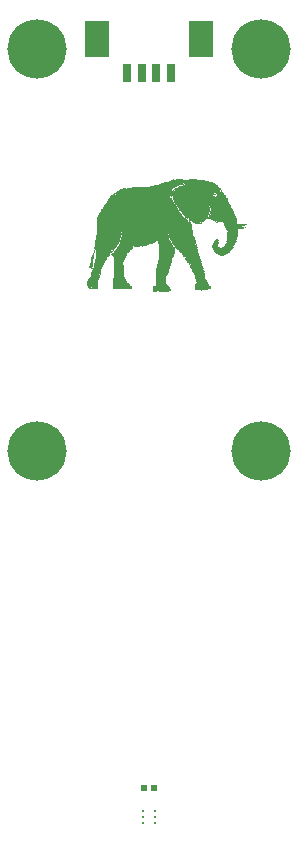
<source format=gts>
G04*
G04 #@! TF.GenerationSoftware,Altium Limited,Altium Designer,23.3.1 (30)*
G04*
G04 Layer_Color=8388736*
%FSLAX25Y25*%
%MOIN*%
G70*
G04*
G04 #@! TF.SameCoordinates,E44149EA-E104-4754-9592-5F3D4FB4DBB9*
G04*
G04*
G04 #@! TF.FilePolarity,Negative*
G04*
G01*
G75*
%ADD16C,0.01260*%
%ADD17R,0.07953X0.11890*%
%ADD18R,0.03032X0.05984*%
%ADD19R,0.01929X0.02126*%
%ADD20C,0.19764*%
G36*
X10378Y212598D02*
X11398D01*
Y212344D01*
X13437D01*
Y212598D01*
X15987D01*
Y212344D01*
X18537D01*
Y212088D01*
X20067D01*
Y211834D01*
X21087D01*
Y211578D01*
X21341D01*
Y211324D01*
X21851D01*
Y211069D01*
X22361D01*
Y210814D01*
X22616D01*
Y210559D01*
X22871D01*
Y210304D01*
X23126D01*
Y210049D01*
X23381D01*
Y209794D01*
X23636D01*
Y209539D01*
X23891D01*
Y209284D01*
Y209029D01*
X23636D01*
Y208774D01*
Y208519D01*
X23891D01*
Y208774D01*
X24146D01*
Y209029D01*
X24401D01*
Y208774D01*
Y208519D01*
X24656D01*
Y208264D01*
Y208009D01*
X25166D01*
Y207754D01*
X24911D01*
Y207499D01*
X25421D01*
Y207244D01*
X25676D01*
Y206989D01*
Y206734D01*
Y206479D01*
X25931D01*
Y206224D01*
X26186D01*
Y205969D01*
Y205714D01*
X26441D01*
Y205459D01*
Y205204D01*
Y204949D01*
X26696D01*
Y204694D01*
Y204439D01*
X26951D01*
Y204184D01*
Y203929D01*
X27206D01*
Y203674D01*
Y203419D01*
X27461D01*
Y203165D01*
X27716D01*
Y202909D01*
Y202655D01*
X27971D01*
Y202400D01*
Y202145D01*
X28226D01*
Y201890D01*
X28481D01*
Y201635D01*
X28226D01*
Y201380D01*
X28481D01*
Y201125D01*
X28736D01*
Y200870D01*
Y200615D01*
Y200360D01*
X28991D01*
Y200105D01*
Y199850D01*
Y199595D01*
X29246D01*
Y199340D01*
Y199085D01*
Y198830D01*
Y198575D01*
Y198320D01*
X29501D01*
Y198065D01*
Y197810D01*
X32815D01*
Y197555D01*
X32560D01*
Y197300D01*
X32050D01*
Y197045D01*
X31030D01*
Y196790D01*
X32560D01*
Y196535D01*
X32305D01*
Y196280D01*
X32050D01*
Y196535D01*
X31795D01*
Y196280D01*
X31540D01*
Y196025D01*
X29756D01*
Y195770D01*
Y195515D01*
Y195260D01*
Y195005D01*
Y194750D01*
Y194495D01*
Y194240D01*
Y193985D01*
Y193731D01*
Y193476D01*
X29501D01*
Y193221D01*
Y192966D01*
Y192711D01*
Y192456D01*
X29246D01*
Y192201D01*
X28991D01*
Y191946D01*
X29246D01*
Y191691D01*
X28991D01*
Y191436D01*
X28736D01*
Y191181D01*
X28481D01*
Y190926D01*
X28736D01*
Y190671D01*
X28481D01*
Y190416D01*
Y190161D01*
X28226D01*
Y190416D01*
X27971D01*
Y190161D01*
X28226D01*
Y189906D01*
Y189651D01*
X27971D01*
Y189396D01*
X27716D01*
Y189141D01*
Y188886D01*
X27461D01*
Y188631D01*
X26951D01*
Y188376D01*
Y188121D01*
X26441D01*
Y187866D01*
X26186D01*
Y187611D01*
X25676D01*
Y187356D01*
X24911D01*
Y187101D01*
X23636D01*
Y187356D01*
X22871D01*
Y187611D01*
X22361D01*
Y187866D01*
X22106D01*
Y188121D01*
X21851D01*
Y188376D01*
X21597D01*
Y188631D01*
Y188886D01*
Y189141D01*
X21341D01*
Y189396D01*
Y189651D01*
X21087D01*
Y189906D01*
Y190161D01*
Y190416D01*
Y190671D01*
X21341D01*
Y190926D01*
X21597D01*
Y191181D01*
X21341D01*
Y191436D01*
X21597D01*
Y191691D01*
Y191946D01*
X21851D01*
Y192201D01*
X22106D01*
Y192456D01*
X22361D01*
Y192711D01*
X23126D01*
Y192456D01*
X23381D01*
Y192201D01*
Y191946D01*
X23126D01*
Y191691D01*
X23381D01*
Y191436D01*
Y191181D01*
X23126D01*
Y190926D01*
X22871D01*
Y190671D01*
Y190416D01*
Y190161D01*
X23126D01*
Y189906D01*
X23636D01*
Y189651D01*
X24401D01*
Y189906D01*
X24911D01*
Y190161D01*
X25166D01*
Y190416D01*
X25421D01*
Y190671D01*
Y190926D01*
Y191181D01*
X25676D01*
Y191436D01*
X25931D01*
Y191691D01*
X25676D01*
Y191946D01*
X25931D01*
Y192201D01*
Y192456D01*
Y192711D01*
Y192966D01*
Y193221D01*
Y193476D01*
Y193731D01*
Y193985D01*
Y194240D01*
Y194495D01*
Y194750D01*
Y195005D01*
X26186D01*
Y195260D01*
X25931D01*
Y195515D01*
Y195770D01*
X25676D01*
Y196025D01*
Y196280D01*
X25421D01*
Y196535D01*
Y196790D01*
Y197045D01*
X25166D01*
Y197300D01*
Y197555D01*
X24911D01*
Y197810D01*
Y198065D01*
X24656D01*
Y198320D01*
X23126D01*
Y198065D01*
X22361D01*
Y198320D01*
X22106D01*
Y198575D01*
X21597D01*
Y198830D01*
X21341D01*
Y199085D01*
X20832D01*
Y199340D01*
X19047D01*
Y199085D01*
X18792D01*
Y198830D01*
X18282D01*
Y198575D01*
Y198320D01*
X17517D01*
Y198065D01*
Y197810D01*
X17007D01*
Y197555D01*
X16497D01*
Y197810D01*
X16242D01*
Y197555D01*
X15732D01*
Y197810D01*
X15222D01*
Y198065D01*
X14712D01*
Y198320D01*
X14202D01*
Y198575D01*
Y198830D01*
X13947D01*
Y198575D01*
X13692D01*
Y198830D01*
X13437D01*
Y199085D01*
X13183D01*
Y199340D01*
Y199595D01*
X13437D01*
Y199850D01*
X12927D01*
Y199595D01*
Y199340D01*
X12673D01*
Y199595D01*
X12417D01*
Y199850D01*
X12163D01*
Y200105D01*
X11908D01*
Y200360D01*
X11653D01*
Y200615D01*
X11398D01*
Y200870D01*
X11143D01*
Y201125D01*
X10888D01*
Y201380D01*
Y201635D01*
X10633D01*
Y201890D01*
X10378D01*
Y202145D01*
X10123D01*
Y202400D01*
Y202655D01*
X9868D01*
Y202909D01*
X9613D01*
Y203165D01*
Y203419D01*
X9358D01*
Y203165D01*
Y202909D01*
X9613D01*
Y202655D01*
Y202400D01*
X9868D01*
Y202145D01*
Y201890D01*
X10123D01*
Y201635D01*
X10378D01*
Y201380D01*
X10633D01*
Y201125D01*
Y200870D01*
X10888D01*
Y200615D01*
X11143D01*
Y200360D01*
X11398D01*
Y200105D01*
X11653D01*
Y199850D01*
X11908D01*
Y199595D01*
X12417D01*
Y199340D01*
X12673D01*
Y199085D01*
X12927D01*
Y198830D01*
X13183D01*
Y198575D01*
X13692D01*
Y198320D01*
X13947D01*
Y198065D01*
Y197810D01*
X14457D01*
Y197555D01*
Y197300D01*
Y197045D01*
Y196790D01*
Y196535D01*
Y196280D01*
Y196025D01*
Y195770D01*
X14712D01*
Y195515D01*
Y195260D01*
Y195005D01*
Y194750D01*
Y194495D01*
Y194240D01*
Y193985D01*
Y193731D01*
X14967D01*
Y193476D01*
X15222D01*
Y193221D01*
Y192966D01*
Y192711D01*
X15477D01*
Y192456D01*
Y192201D01*
X15732D01*
Y191946D01*
Y191691D01*
Y191436D01*
Y191181D01*
Y190926D01*
X15987D01*
Y190671D01*
Y190416D01*
Y190161D01*
X16242D01*
Y189906D01*
Y189651D01*
X15987D01*
Y189396D01*
X16242D01*
Y189141D01*
X16497D01*
Y188886D01*
Y188631D01*
X16242D01*
Y188376D01*
X16497D01*
Y188121D01*
Y187866D01*
X16752D01*
Y187611D01*
Y187356D01*
Y187101D01*
X17007D01*
Y186846D01*
Y186591D01*
Y186336D01*
Y186081D01*
X17262D01*
Y185827D01*
Y185572D01*
Y185317D01*
X17517D01*
Y185062D01*
X17262D01*
Y184807D01*
X17517D01*
Y184552D01*
X17772D01*
Y184297D01*
Y184042D01*
Y183787D01*
X18027D01*
Y183532D01*
Y183277D01*
Y183022D01*
X18282D01*
Y182767D01*
X18027D01*
Y182512D01*
X18282D01*
Y182257D01*
Y182002D01*
X18537D01*
Y181747D01*
X18282D01*
Y181492D01*
X18537D01*
Y181237D01*
Y180982D01*
Y180727D01*
Y180472D01*
Y180217D01*
X18792D01*
Y179962D01*
Y179707D01*
Y179452D01*
X19047D01*
Y179197D01*
Y178942D01*
X19302D01*
Y178687D01*
Y178432D01*
X19557D01*
Y178177D01*
Y177922D01*
X19812D01*
Y177667D01*
X20067D01*
Y177412D01*
Y177157D01*
X20322D01*
Y176902D01*
X20577D01*
Y176647D01*
X20832D01*
Y176393D01*
Y176138D01*
X20577D01*
Y175883D01*
X19812D01*
Y175628D01*
X17517D01*
Y175373D01*
X17262D01*
Y175628D01*
X15477D01*
Y175883D01*
Y176138D01*
X15222D01*
Y176393D01*
Y176647D01*
Y176902D01*
Y177157D01*
X15477D01*
Y177412D01*
Y177667D01*
X15732D01*
Y177922D01*
X15987D01*
Y178177D01*
Y178432D01*
X15732D01*
Y178687D01*
Y178942D01*
Y179197D01*
X15477D01*
Y179452D01*
Y179707D01*
Y179962D01*
X15222D01*
Y180217D01*
Y180472D01*
Y180727D01*
X14967D01*
Y180982D01*
Y181237D01*
X14712D01*
Y181492D01*
Y181747D01*
X14457D01*
Y182002D01*
Y182257D01*
X14202D01*
Y182512D01*
Y182767D01*
X13947D01*
Y183022D01*
X13692D01*
Y183277D01*
Y183532D01*
X13437D01*
Y183787D01*
X13692D01*
Y184042D01*
X13183D01*
Y184297D01*
Y184552D01*
Y184807D01*
X12673D01*
Y185062D01*
Y185317D01*
X12417D01*
Y185572D01*
Y185827D01*
X12163D01*
Y186081D01*
X11908D01*
Y186336D01*
X12417D01*
Y186591D01*
X11653D01*
Y186846D01*
X11398D01*
Y187101D01*
Y187356D01*
X11143D01*
Y187611D01*
X10888D01*
Y187866D01*
X10633D01*
Y188121D01*
X10378D01*
Y188376D01*
X10123D01*
Y188631D01*
X9868D01*
Y188886D01*
X9613D01*
Y189141D01*
X9358D01*
Y189396D01*
X9103D01*
Y189651D01*
X8848D01*
Y189906D01*
X8593D01*
Y190161D01*
Y190416D01*
X8338D01*
Y190671D01*
X8083D01*
Y190926D01*
Y191181D01*
X7828D01*
Y191436D01*
X7573D01*
Y191691D01*
Y191946D01*
X7318D01*
Y192201D01*
Y192456D01*
X7063D01*
Y192711D01*
Y192966D01*
X6808D01*
Y192711D01*
Y192456D01*
X7063D01*
Y192201D01*
Y191946D01*
X7318D01*
Y191691D01*
Y191436D01*
X7573D01*
Y191181D01*
Y190926D01*
X7828D01*
Y190671D01*
X8083D01*
Y190416D01*
Y190161D01*
X8338D01*
Y189906D01*
X8593D01*
Y189651D01*
Y189396D01*
X8848D01*
Y189141D01*
Y188886D01*
Y188631D01*
Y188376D01*
X8593D01*
Y188121D01*
Y187866D01*
Y187611D01*
X8338D01*
Y187356D01*
Y187101D01*
Y186846D01*
X8083D01*
Y186591D01*
Y186336D01*
X7828D01*
Y186081D01*
Y185827D01*
Y185572D01*
X7573D01*
Y185317D01*
Y185062D01*
Y184807D01*
X7318D01*
Y184552D01*
Y184297D01*
Y184042D01*
Y183787D01*
X7063D01*
Y183532D01*
Y183277D01*
Y183022D01*
Y182767D01*
X6808D01*
Y182512D01*
Y182257D01*
Y182002D01*
X6553D01*
Y181747D01*
Y181492D01*
X6298D01*
Y181237D01*
Y180982D01*
Y180727D01*
X6043D01*
Y180472D01*
Y180217D01*
X5788D01*
Y179962D01*
Y179707D01*
Y179452D01*
Y179197D01*
Y178942D01*
X5533D01*
Y178687D01*
Y178432D01*
X5788D01*
Y178177D01*
Y177922D01*
Y177667D01*
X6043D01*
Y177412D01*
X6298D01*
Y177157D01*
X6553D01*
Y176902D01*
X6808D01*
Y176647D01*
X7063D01*
Y176393D01*
Y176138D01*
X7318D01*
Y175883D01*
Y175628D01*
Y175373D01*
X6808D01*
Y175118D01*
X3494D01*
Y175373D01*
X2729D01*
Y175118D01*
X1454D01*
Y175373D01*
X1199D01*
Y175628D01*
Y175883D01*
Y176138D01*
Y176393D01*
X1454D01*
Y176647D01*
Y176902D01*
X1709D01*
Y177157D01*
X2219D01*
Y177412D01*
Y177667D01*
Y177922D01*
X2474D01*
Y178177D01*
X2219D01*
Y178432D01*
Y178687D01*
Y178942D01*
Y179197D01*
Y179452D01*
Y179707D01*
Y179962D01*
Y180217D01*
Y180472D01*
Y180727D01*
Y180982D01*
X2474D01*
Y181237D01*
Y181492D01*
Y181747D01*
Y182002D01*
Y182257D01*
Y182512D01*
Y182767D01*
Y183022D01*
X2729D01*
Y183277D01*
Y183532D01*
Y183787D01*
Y184042D01*
Y184297D01*
X2984D01*
Y184552D01*
Y184807D01*
Y185062D01*
Y185317D01*
Y185572D01*
Y185827D01*
X3239D01*
Y186081D01*
Y186336D01*
Y186591D01*
Y186846D01*
Y187101D01*
Y187356D01*
Y187611D01*
Y187866D01*
Y188121D01*
Y188376D01*
Y188631D01*
Y188886D01*
X3494D01*
Y189141D01*
X3239D01*
Y189396D01*
Y189651D01*
Y189906D01*
Y190161D01*
Y190416D01*
Y190671D01*
Y190926D01*
Y191181D01*
X2984D01*
Y191436D01*
Y191691D01*
Y191946D01*
X2474D01*
Y191691D01*
X1964D01*
Y191436D01*
X1454D01*
Y191181D01*
X944D01*
Y190926D01*
X179D01*
Y190671D01*
X-586D01*
Y190416D01*
X-1861D01*
Y190161D01*
X-2371D01*
Y190416D01*
X-3136D01*
Y190161D01*
X-4921D01*
Y190416D01*
X-5175D01*
Y190161D01*
X-4921D01*
Y189906D01*
X-5430D01*
Y189651D01*
Y189396D01*
X-5685D01*
Y189141D01*
X-5940D01*
Y188886D01*
X-6195D01*
Y188631D01*
X-6450D01*
Y188376D01*
X-6705D01*
Y188121D01*
X-6960D01*
Y187866D01*
X-7215D01*
Y187611D01*
X-7470D01*
Y187356D01*
Y187101D01*
X-7725D01*
Y186846D01*
Y186591D01*
Y186336D01*
X-7980D01*
Y186081D01*
Y185827D01*
X-8235D01*
Y185572D01*
Y185317D01*
Y185062D01*
X-8490D01*
Y184807D01*
Y184552D01*
Y184297D01*
Y184042D01*
X-8235D01*
Y183787D01*
Y183532D01*
Y183277D01*
Y183022D01*
Y182767D01*
Y182512D01*
Y182257D01*
Y182002D01*
Y181747D01*
Y181492D01*
Y181237D01*
Y180982D01*
Y180727D01*
Y180472D01*
Y180217D01*
Y179962D01*
X-7980D01*
Y179707D01*
Y179452D01*
Y179197D01*
X-7725D01*
Y178942D01*
Y178687D01*
X-7470D01*
Y178432D01*
X-7215D01*
Y178177D01*
X-6960D01*
Y177922D01*
X-6705D01*
Y177667D01*
X-6450D01*
Y177412D01*
X-6195D01*
Y177157D01*
X-5940D01*
Y176902D01*
X-5685D01*
Y176647D01*
Y176393D01*
Y176138D01*
X-5940D01*
Y175883D01*
X-11550D01*
Y176138D01*
X-12060D01*
Y176393D01*
Y176647D01*
Y176902D01*
Y177157D01*
Y177412D01*
Y177667D01*
Y177922D01*
Y178177D01*
Y178432D01*
Y178687D01*
Y178942D01*
Y179197D01*
Y179452D01*
Y179707D01*
X-11805D01*
Y179962D01*
Y180217D01*
Y180472D01*
Y180727D01*
Y180982D01*
X-11550D01*
Y181237D01*
Y181492D01*
Y181747D01*
Y182002D01*
Y182257D01*
Y182512D01*
Y182767D01*
Y183022D01*
Y183277D01*
Y183532D01*
Y183787D01*
Y184042D01*
Y184297D01*
Y184552D01*
Y184807D01*
Y185062D01*
X-11805D01*
Y185317D01*
Y185572D01*
Y185827D01*
Y186081D01*
Y186336D01*
Y186591D01*
Y186846D01*
X-12060D01*
Y187101D01*
X-12315D01*
Y187356D01*
X-12570D01*
Y187611D01*
X-12315D01*
Y187866D01*
X-12060D01*
Y188121D01*
X-11805D01*
Y188376D01*
X-11550D01*
Y188631D01*
X-11295D01*
Y188886D01*
Y189141D01*
X-11040D01*
Y189396D01*
X-10530D01*
Y189651D01*
Y189906D01*
Y190161D01*
X-10785D01*
Y189906D01*
X-11040D01*
Y189651D01*
X-11295D01*
Y189396D01*
X-11550D01*
Y189141D01*
Y188886D01*
X-11805D01*
Y188631D01*
X-12060D01*
Y188886D01*
X-12570D01*
Y188631D01*
X-12060D01*
Y188376D01*
X-12315D01*
Y188121D01*
X-12570D01*
Y187866D01*
X-12825D01*
Y187611D01*
Y187356D01*
X-13080D01*
Y187101D01*
X-13334D01*
Y186846D01*
X-13589D01*
Y186591D01*
X-13845D01*
Y186336D01*
Y186081D01*
X-14099D01*
Y185827D01*
X-14354D01*
Y185572D01*
Y185317D01*
X-14609D01*
Y185062D01*
Y184807D01*
X-15119D01*
Y184552D01*
X-14864D01*
Y184297D01*
X-15119D01*
Y184042D01*
X-15374D01*
Y183787D01*
Y183532D01*
Y183277D01*
X-15629D01*
Y183022D01*
Y182767D01*
X-15884D01*
Y182512D01*
Y182257D01*
X-16139D01*
Y182002D01*
X-15884D01*
Y181747D01*
X-16139D01*
Y181492D01*
Y181237D01*
Y180982D01*
Y180727D01*
X-16394D01*
Y180982D01*
X-16649D01*
Y180727D01*
X-16394D01*
Y180472D01*
Y180217D01*
Y179962D01*
Y179707D01*
X-16649D01*
Y179452D01*
Y179197D01*
Y178942D01*
X-16904D01*
Y178687D01*
Y178432D01*
Y178177D01*
X-17159D01*
Y177922D01*
X-16904D01*
Y177667D01*
Y177412D01*
Y177157D01*
X-16649D01*
Y176902D01*
X-16904D01*
Y177157D01*
X-17159D01*
Y176902D01*
X-16904D01*
Y176647D01*
Y176393D01*
Y176138D01*
X-17414D01*
Y175883D01*
X-17669D01*
Y176138D01*
X-19964D01*
Y176393D01*
X-20219D01*
Y176647D01*
X-20474D01*
Y176902D01*
Y177157D01*
X-20729D01*
Y177412D01*
Y177667D01*
Y177922D01*
Y178177D01*
Y178432D01*
Y178687D01*
X-20474D01*
Y178942D01*
Y179197D01*
X-20219D01*
Y179452D01*
X-19964D01*
Y179707D01*
X-19709D01*
Y179962D01*
X-19454D01*
Y179707D01*
X-19199D01*
Y179962D01*
X-19454D01*
Y180217D01*
Y180472D01*
Y180727D01*
Y180982D01*
X-19199D01*
Y181237D01*
Y181492D01*
Y181747D01*
X-18944D01*
Y182002D01*
Y182257D01*
X-18689D01*
Y182512D01*
Y182767D01*
X-19199D01*
Y182512D01*
X-19454D01*
Y182767D01*
Y183022D01*
X-19964D01*
Y183277D01*
Y183532D01*
X-19709D01*
Y183787D01*
Y184042D01*
Y184297D01*
Y184552D01*
Y184807D01*
X-19454D01*
Y185062D01*
Y185317D01*
Y185572D01*
X-19199D01*
Y185827D01*
Y186081D01*
Y186336D01*
Y186591D01*
X-18944D01*
Y186846D01*
Y187101D01*
Y187356D01*
X-18689D01*
Y187611D01*
Y187866D01*
Y188121D01*
X-18434D01*
Y188376D01*
Y188631D01*
Y188886D01*
Y189141D01*
X-18179D01*
Y188886D01*
X-17924D01*
Y188631D01*
Y188376D01*
Y188121D01*
Y187866D01*
X-18179D01*
Y187611D01*
Y187356D01*
Y187101D01*
Y186846D01*
X-18434D01*
Y186591D01*
Y186336D01*
Y186081D01*
X-18689D01*
Y185827D01*
Y185572D01*
Y185317D01*
Y185062D01*
Y184807D01*
Y184552D01*
Y184297D01*
Y184042D01*
Y183787D01*
Y183532D01*
Y183277D01*
X-18944D01*
Y183022D01*
X-18434D01*
Y183277D01*
Y183532D01*
Y183787D01*
X-18179D01*
Y184042D01*
Y184297D01*
Y184552D01*
Y184807D01*
X-17924D01*
Y185062D01*
Y185317D01*
Y185572D01*
Y185827D01*
Y186081D01*
X-17669D01*
Y186336D01*
Y186591D01*
Y186846D01*
Y187101D01*
Y187356D01*
Y187611D01*
Y187866D01*
Y188121D01*
Y188376D01*
Y188631D01*
Y188886D01*
Y189141D01*
X-17924D01*
Y189396D01*
X-18179D01*
Y189651D01*
Y189906D01*
Y190161D01*
X-17924D01*
Y190416D01*
Y190671D01*
Y190926D01*
Y191181D01*
Y191436D01*
Y191691D01*
Y191946D01*
Y192201D01*
X-17669D01*
Y192456D01*
Y192711D01*
Y192966D01*
Y193221D01*
Y193476D01*
Y193731D01*
Y193985D01*
X-17414D01*
Y194240D01*
Y194495D01*
Y194750D01*
Y195005D01*
Y195260D01*
Y195515D01*
Y195770D01*
Y196025D01*
Y196280D01*
Y196535D01*
Y196790D01*
Y197045D01*
Y197300D01*
Y197555D01*
Y197810D01*
Y198065D01*
Y198320D01*
Y198575D01*
Y198830D01*
X-17159D01*
Y199085D01*
Y199340D01*
Y199595D01*
Y199850D01*
Y200105D01*
X-16904D01*
Y200360D01*
Y200615D01*
X-16649D01*
Y200870D01*
Y201125D01*
Y201380D01*
X-16394D01*
Y201635D01*
X-16139D01*
Y201890D01*
Y202145D01*
X-15884D01*
Y202400D01*
Y202655D01*
X-15374D01*
Y202909D01*
Y203165D01*
Y203419D01*
X-15119D01*
Y203674D01*
X-14864D01*
Y203929D01*
X-14354D01*
Y204184D01*
X-14609D01*
Y204439D01*
X-14354D01*
Y204694D01*
X-14099D01*
Y204949D01*
Y205204D01*
X-13845D01*
Y205459D01*
X-13589D01*
Y205714D01*
Y205969D01*
X-13334D01*
Y206224D01*
X-13080D01*
Y206479D01*
X-12825D01*
Y206224D01*
X-12570D01*
Y206479D01*
X-12825D01*
Y206734D01*
Y206989D01*
X-12570D01*
Y207244D01*
X-12315D01*
Y207499D01*
X-12060D01*
Y207754D01*
X-11805D01*
Y208009D01*
X-11040D01*
Y208264D01*
Y208519D01*
X-10785D01*
Y208264D01*
X-10530D01*
Y208519D01*
Y208774D01*
X-10020D01*
Y209029D01*
X-9510D01*
Y209284D01*
X-8490D01*
Y209539D01*
X-7725D01*
Y209284D01*
X-7470D01*
Y209539D01*
X-7725D01*
Y209794D01*
X-5685D01*
Y210049D01*
X434D01*
Y210304D01*
X1709D01*
Y210559D01*
X2474D01*
Y210814D01*
X3239D01*
Y211069D01*
X4003D01*
Y211324D01*
X5023D01*
Y211578D01*
X5788D01*
Y211834D01*
X6808D01*
Y212088D01*
X7318D01*
Y212344D01*
X8083D01*
Y212598D01*
X8338D01*
Y212344D01*
X8593D01*
Y212598D01*
X8848D01*
Y212344D01*
X9103D01*
Y212598D01*
X8848D01*
Y212853D01*
X10378D01*
Y212598D01*
D02*
G37*
%LPC*%
G36*
X11653Y211324D02*
X11398D01*
Y211069D01*
X11653D01*
Y210814D01*
X11908D01*
Y211069D01*
X11653D01*
Y211324D01*
D02*
G37*
G36*
Y210814D02*
X11398D01*
Y210559D01*
X11653D01*
Y210814D01*
D02*
G37*
G36*
X11398Y210559D02*
X11143D01*
Y210304D01*
X11398D01*
Y210559D01*
D02*
G37*
G36*
X10888D02*
X10123D01*
Y210304D01*
X10888D01*
Y210559D01*
D02*
G37*
G36*
X10123Y210304D02*
X9358D01*
Y210049D01*
X8848D01*
Y209794D01*
X8338D01*
Y209539D01*
X8083D01*
Y209284D01*
X7828D01*
Y209029D01*
X7573D01*
Y208774D01*
Y208519D01*
Y208264D01*
Y208009D01*
Y207754D01*
Y207499D01*
Y207244D01*
Y206989D01*
Y206734D01*
X7828D01*
Y206479D01*
Y206224D01*
Y205969D01*
Y205714D01*
X8083D01*
Y205459D01*
Y205204D01*
Y204949D01*
X8338D01*
Y205204D01*
Y205459D01*
Y205714D01*
X8083D01*
Y205969D01*
Y206224D01*
Y206479D01*
Y206734D01*
Y206989D01*
X7828D01*
Y207244D01*
Y207499D01*
Y207754D01*
Y208009D01*
Y208264D01*
Y208519D01*
Y208774D01*
X8083D01*
Y209029D01*
X8338D01*
Y208774D01*
X8593D01*
Y209029D01*
X8338D01*
Y209284D01*
X8848D01*
Y209539D01*
X9103D01*
Y209794D01*
X9613D01*
Y210049D01*
X10123D01*
Y210304D01*
D02*
G37*
G36*
X-11040Y207754D02*
X-11295D01*
Y207499D01*
X-11040D01*
Y207754D01*
D02*
G37*
G36*
X21341Y207499D02*
X21087D01*
Y207244D01*
X21341D01*
Y206989D01*
X22106D01*
Y206734D01*
X22361D01*
Y206989D01*
X22616D01*
Y207244D01*
X21341D01*
Y207499D01*
D02*
G37*
G36*
X22361Y208009D02*
X21597D01*
Y207754D01*
X22361D01*
Y207499D01*
X22616D01*
Y207244D01*
X22871D01*
Y206989D01*
Y206734D01*
Y206479D01*
X23126D01*
Y206734D01*
Y206989D01*
Y207244D01*
X22871D01*
Y207499D01*
X22616D01*
Y207754D01*
X22361D01*
Y208009D01*
D02*
G37*
G36*
X7318Y206989D02*
X7063D01*
Y206734D01*
Y206479D01*
X7573D01*
Y206734D01*
X7318D01*
Y206989D01*
D02*
G37*
G36*
X8593Y204694D02*
X8338D01*
Y204439D01*
X8593D01*
Y204694D01*
D02*
G37*
G36*
X9358Y203929D02*
X9103D01*
Y203674D01*
X9358D01*
Y203929D01*
D02*
G37*
G36*
X20322Y203674D02*
X20067D01*
Y203419D01*
X20322D01*
Y203674D01*
D02*
G37*
G36*
X20577Y202909D02*
X20322D01*
Y202655D01*
Y202400D01*
Y202145D01*
X20577D01*
Y202400D01*
Y202655D01*
Y202909D01*
D02*
G37*
G36*
X19812Y201125D02*
X19557D01*
Y200870D01*
X19812D01*
Y201125D01*
D02*
G37*
G36*
X20322Y201635D02*
X20067D01*
Y201380D01*
Y201125D01*
Y200870D01*
X20322D01*
Y200615D01*
X20577D01*
Y200870D01*
X20322D01*
Y201125D01*
Y201380D01*
Y201635D01*
D02*
G37*
G36*
X20067Y200615D02*
X19812D01*
Y200360D01*
Y200105D01*
X20067D01*
Y200360D01*
Y200615D01*
D02*
G37*
G36*
X19812Y200105D02*
X19557D01*
Y199850D01*
Y199595D01*
X19812D01*
Y199850D01*
Y200105D01*
D02*
G37*
G36*
X22616Y198575D02*
X22361D01*
Y198320D01*
X22616D01*
Y198575D01*
D02*
G37*
G36*
X13183D02*
X12927D01*
Y198320D01*
X13183D01*
Y198575D01*
D02*
G37*
G36*
X17262Y198320D02*
X17007D01*
Y198065D01*
X17262D01*
Y198320D01*
D02*
G37*
G36*
X-9000Y195005D02*
X-9255D01*
Y194750D01*
X-9000D01*
Y195005D01*
D02*
G37*
G36*
X6553Y194240D02*
X6298D01*
Y193985D01*
X6553D01*
Y194240D01*
D02*
G37*
G36*
X6808Y193476D02*
X6553D01*
Y193221D01*
X6808D01*
Y193476D01*
D02*
G37*
G36*
X-9000Y193985D02*
X-9255D01*
Y193731D01*
Y193476D01*
Y193221D01*
X-9000D01*
Y193476D01*
Y193731D01*
Y193985D01*
D02*
G37*
G36*
X23126Y192456D02*
X22616D01*
Y192201D01*
X23126D01*
Y192456D01*
D02*
G37*
G36*
X-9510Y193221D02*
X-9765D01*
Y192966D01*
X-9510D01*
Y192711D01*
Y192456D01*
Y192201D01*
X-9255D01*
Y192456D01*
Y192711D01*
Y192966D01*
X-9510D01*
Y193221D01*
D02*
G37*
G36*
X23126Y191691D02*
X22871D01*
Y191436D01*
X23126D01*
Y191691D01*
D02*
G37*
G36*
X15732Y190926D02*
X15477D01*
Y190671D01*
X15732D01*
Y190926D01*
D02*
G37*
G36*
X-9510Y192201D02*
X-9765D01*
Y191946D01*
Y191691D01*
X-10020D01*
Y191436D01*
Y191181D01*
X-10275D01*
Y190926D01*
Y190671D01*
X-10530D01*
Y190416D01*
Y190161D01*
X-10275D01*
Y190416D01*
X-10020D01*
Y190671D01*
Y190926D01*
X-9765D01*
Y191181D01*
Y191436D01*
X-9510D01*
Y191691D01*
Y191946D01*
Y192201D01*
D02*
G37*
G36*
X22871Y190161D02*
X22616D01*
Y189906D01*
X22871D01*
Y190161D01*
D02*
G37*
G36*
X13947Y184297D02*
X13692D01*
Y184042D01*
X13947D01*
Y184297D01*
D02*
G37*
G36*
X17772Y183787D02*
X17517D01*
Y183532D01*
X17772D01*
Y183787D01*
D02*
G37*
G36*
X-15884Y183277D02*
X-16139D01*
Y183022D01*
X-15884D01*
Y183277D01*
D02*
G37*
G36*
X-18179Y182767D02*
X-18434D01*
Y182512D01*
X-18179D01*
Y182767D01*
D02*
G37*
G36*
X-16904Y179452D02*
X-17159D01*
Y179197D01*
X-16904D01*
Y179452D01*
D02*
G37*
G36*
X-18944Y176647D02*
X-19199D01*
Y176393D01*
X-18944D01*
Y176647D01*
D02*
G37*
%LPD*%
D16*
X-1969Y1969D02*
D03*
Y0D02*
D03*
Y-1969D02*
D03*
X1969Y1969D02*
D03*
Y0D02*
D03*
Y-1969D02*
D03*
D17*
X-17421Y259449D02*
D03*
X17421D02*
D03*
D18*
X-7382Y248031D02*
D03*
X-2461D02*
D03*
X7382D02*
D03*
X2461D02*
D03*
D19*
X-1693Y9843D02*
D03*
X1693D02*
D03*
D20*
X37402Y122047D02*
D03*
X-37402D02*
D03*
X37402Y255906D02*
D03*
X-37402D02*
D03*
M02*

</source>
